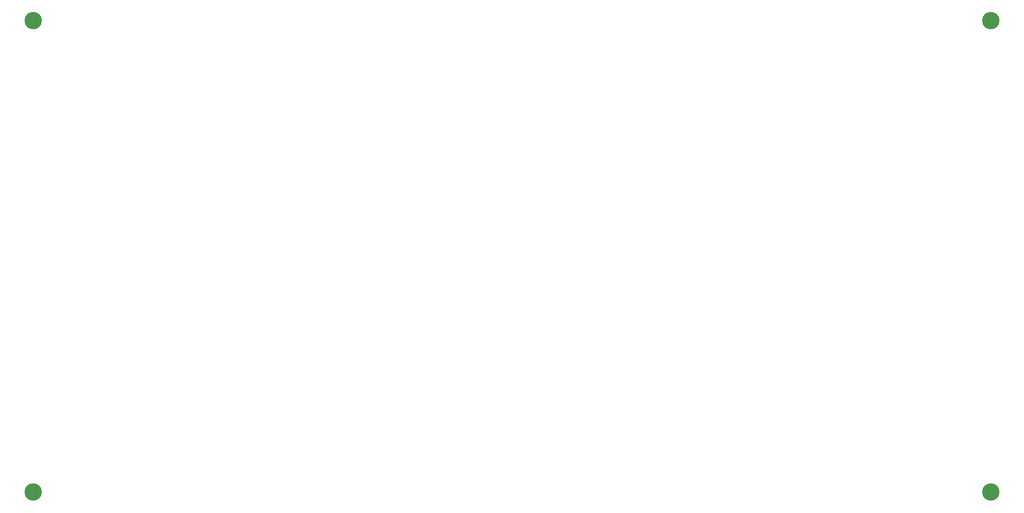
<source format=gbr>
%TF.GenerationSoftware,Altium Limited,Altium Designer,20.0.13 (296)*%
G04 Layer_Color=0*
%FSLAX45Y45*%
%MOMM*%
%TF.FileFunction,NonPlated,1,2,NPTH,Drill*%
%TF.Part,Single*%
G01*
G75*
%TA.AperFunction,ComponentDrill*%
%ADD112C,3.50000*%
D112*
X19650000Y-350000D02*
D03*
Y-9850000D02*
D03*
X350000Y-350000D02*
D03*
Y-9850000D02*
D03*
%TF.MD5,ac2073729a519f12261508a830b6f808*%
M02*

</source>
